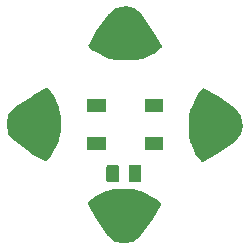
<source format=gts>
G04 #@! TF.GenerationSoftware,KiCad,Pcbnew,5.1.2-1.fc30*
G04 #@! TF.CreationDate,2019-06-18T23:23:49+02:00*
G04 #@! TF.ProjectId,bricopixels,62726963-6f70-4697-9865-6c732e6b6963,1*
G04 #@! TF.SameCoordinates,Original*
G04 #@! TF.FileFunction,Soldermask,Top*
G04 #@! TF.FilePolarity,Negative*
%FSLAX46Y46*%
G04 Gerber Fmt 4.6, Leading zero omitted, Abs format (unit mm)*
G04 Created by KiCad (PCBNEW 5.1.2-1.fc30) date 2019-06-18 23:23:49*
%MOMM*%
%LPD*%
G04 APERTURE LIST*
%ADD10C,0.100000*%
G04 APERTURE END LIST*
D10*
G36*
X72448979Y-38253104D02*
G01*
X72457547Y-38253952D01*
X72468695Y-38255614D01*
X73096596Y-38381195D01*
X73111279Y-38385163D01*
X73122231Y-38388921D01*
X73136248Y-38394800D01*
X74399790Y-39026571D01*
X74409561Y-39032071D01*
X74415152Y-39035590D01*
X74429850Y-39046585D01*
X74431677Y-39048197D01*
X74436866Y-39053070D01*
X74814336Y-39430540D01*
X74821859Y-39438841D01*
X74825345Y-39443089D01*
X74828774Y-39448221D01*
X74834356Y-39456574D01*
X74834359Y-39456579D01*
X74837787Y-39461710D01*
X74838925Y-39463838D01*
X74847492Y-39484522D01*
X74848195Y-39486836D01*
X74852564Y-39508803D01*
X74852801Y-39511205D01*
X74852801Y-39533595D01*
X74852564Y-39535997D01*
X74848195Y-39557964D01*
X74847119Y-39561510D01*
X74840676Y-39578011D01*
X74839818Y-39579788D01*
X74836828Y-39585553D01*
X74203615Y-40725338D01*
X74200046Y-40731325D01*
X74197190Y-40735799D01*
X74193264Y-40741559D01*
X73180845Y-42133635D01*
X73171074Y-42145340D01*
X73163037Y-42153754D01*
X73151776Y-42164068D01*
X72522433Y-42667543D01*
X72513360Y-42674098D01*
X72508734Y-42677106D01*
X72488874Y-42687405D01*
X72485460Y-42688770D01*
X72468399Y-42694084D01*
X72466428Y-42694532D01*
X72459827Y-42695831D01*
X71702689Y-42822021D01*
X71691528Y-42823322D01*
X71685580Y-42823720D01*
X71664917Y-42823232D01*
X71660786Y-42822758D01*
X71651371Y-42821279D01*
X71021933Y-42695391D01*
X71011048Y-42692652D01*
X71007060Y-42691438D01*
X71002408Y-42689389D01*
X71000097Y-42688685D01*
X70988931Y-42683766D01*
X70986853Y-42682537D01*
X70982198Y-42680486D01*
X70974318Y-42675824D01*
X70961133Y-42666716D01*
X70331950Y-42163369D01*
X70323550Y-42155945D01*
X70318662Y-42151177D01*
X70307064Y-42137977D01*
X70305989Y-42136546D01*
X70302273Y-42131296D01*
X69287964Y-40609834D01*
X69285463Y-40605912D01*
X69283615Y-40602882D01*
X69281309Y-40598921D01*
X68648395Y-39459676D01*
X68643449Y-39449642D01*
X68641255Y-39444579D01*
X68634411Y-39423269D01*
X68633901Y-39420908D01*
X68631346Y-39398663D01*
X68631306Y-39396232D01*
X68633138Y-39373936D01*
X68633573Y-39371545D01*
X68639721Y-39350026D01*
X68640614Y-39347768D01*
X68650843Y-39327859D01*
X68651913Y-39326201D01*
X68655521Y-39321723D01*
X68655993Y-39320991D01*
X68662756Y-39312597D01*
X68663371Y-39311980D01*
X68666977Y-39307504D01*
X68671742Y-39302722D01*
X68681295Y-39294155D01*
X69310265Y-38790979D01*
X69322916Y-38782188D01*
X69332982Y-38776156D01*
X69346711Y-38769141D01*
X70228852Y-38391081D01*
X70239966Y-38386986D01*
X70248607Y-38384302D01*
X70260106Y-38381374D01*
X70888905Y-38255614D01*
X70900053Y-38253952D01*
X70908621Y-38253104D01*
X70919884Y-38252548D01*
X72437716Y-38252548D01*
X72448979Y-38253104D01*
X72448979Y-38253104D01*
G37*
G36*
X73015968Y-36159765D02*
G01*
X73054638Y-36171496D01*
X73090277Y-36190546D01*
X73121517Y-36216183D01*
X73147154Y-36247423D01*
X73166204Y-36283062D01*
X73177935Y-36321732D01*
X73182500Y-36368088D01*
X73182500Y-37444312D01*
X73177935Y-37490668D01*
X73166204Y-37529338D01*
X73147154Y-37564977D01*
X73121517Y-37596217D01*
X73090277Y-37621854D01*
X73054638Y-37640904D01*
X73015968Y-37652635D01*
X72969612Y-37657200D01*
X72318388Y-37657200D01*
X72272032Y-37652635D01*
X72233362Y-37640904D01*
X72197723Y-37621854D01*
X72166483Y-37596217D01*
X72140846Y-37564977D01*
X72121796Y-37529338D01*
X72110065Y-37490668D01*
X72105500Y-37444312D01*
X72105500Y-36368088D01*
X72110065Y-36321732D01*
X72121796Y-36283062D01*
X72140846Y-36247423D01*
X72166483Y-36216183D01*
X72197723Y-36190546D01*
X72233362Y-36171496D01*
X72272032Y-36159765D01*
X72318388Y-36155200D01*
X72969612Y-36155200D01*
X73015968Y-36159765D01*
X73015968Y-36159765D01*
G37*
G36*
X71140968Y-36159765D02*
G01*
X71179638Y-36171496D01*
X71215277Y-36190546D01*
X71246517Y-36216183D01*
X71272154Y-36247423D01*
X71291204Y-36283062D01*
X71302935Y-36321732D01*
X71307500Y-36368088D01*
X71307500Y-37444312D01*
X71302935Y-37490668D01*
X71291204Y-37529338D01*
X71272154Y-37564977D01*
X71246517Y-37596217D01*
X71215277Y-37621854D01*
X71179638Y-37640904D01*
X71140968Y-37652635D01*
X71094612Y-37657200D01*
X70443388Y-37657200D01*
X70397032Y-37652635D01*
X70358362Y-37640904D01*
X70322723Y-37621854D01*
X70291483Y-37596217D01*
X70265846Y-37564977D01*
X70246796Y-37529338D01*
X70235065Y-37490668D01*
X70230500Y-37444312D01*
X70230500Y-36368088D01*
X70235065Y-36321732D01*
X70246796Y-36283062D01*
X70265846Y-36247423D01*
X70291483Y-36216183D01*
X70322723Y-36190546D01*
X70358362Y-36171496D01*
X70397032Y-36159765D01*
X70443388Y-36155200D01*
X71094612Y-36155200D01*
X71140968Y-36159765D01*
X71140968Y-36159765D01*
G37*
G36*
X78499597Y-29693836D02*
G01*
X78521564Y-29698205D01*
X78525110Y-29699281D01*
X78541611Y-29705724D01*
X78543388Y-29706582D01*
X78549153Y-29709572D01*
X79688938Y-30342785D01*
X79694925Y-30346354D01*
X79699399Y-30349210D01*
X79705159Y-30353136D01*
X81097235Y-31365555D01*
X81108940Y-31375326D01*
X81117354Y-31383363D01*
X81127668Y-31394624D01*
X81631143Y-32023967D01*
X81637698Y-32033040D01*
X81640706Y-32037666D01*
X81651005Y-32057526D01*
X81652370Y-32060940D01*
X81657684Y-32078001D01*
X81658132Y-32079972D01*
X81659431Y-32086573D01*
X81785621Y-32843711D01*
X81786922Y-32854872D01*
X81787320Y-32860820D01*
X81786832Y-32881483D01*
X81786358Y-32885614D01*
X81784879Y-32895029D01*
X81658991Y-33524467D01*
X81656252Y-33535352D01*
X81655038Y-33539340D01*
X81652989Y-33543992D01*
X81652285Y-33546303D01*
X81647366Y-33557469D01*
X81646137Y-33559547D01*
X81644086Y-33564202D01*
X81639424Y-33572082D01*
X81630316Y-33585267D01*
X81126969Y-34214450D01*
X81119545Y-34222850D01*
X81114777Y-34227738D01*
X81101577Y-34239336D01*
X81100146Y-34240411D01*
X81094896Y-34244127D01*
X79573434Y-35258436D01*
X79569512Y-35260937D01*
X79566482Y-35262785D01*
X79562521Y-35265091D01*
X78423276Y-35898005D01*
X78413242Y-35902951D01*
X78408179Y-35905145D01*
X78386869Y-35911989D01*
X78384508Y-35912499D01*
X78362263Y-35915054D01*
X78359832Y-35915094D01*
X78337536Y-35913262D01*
X78335145Y-35912827D01*
X78313626Y-35906679D01*
X78311368Y-35905786D01*
X78291459Y-35895557D01*
X78289801Y-35894487D01*
X78285323Y-35890879D01*
X78284591Y-35890407D01*
X78276197Y-35883644D01*
X78275580Y-35883029D01*
X78271104Y-35879423D01*
X78266322Y-35874658D01*
X78257755Y-35865105D01*
X77754579Y-35236135D01*
X77745788Y-35223484D01*
X77739756Y-35213418D01*
X77732741Y-35199689D01*
X77354681Y-34317548D01*
X77350586Y-34306434D01*
X77347902Y-34297793D01*
X77344974Y-34286294D01*
X77219214Y-33657495D01*
X77217552Y-33646347D01*
X77216704Y-33637779D01*
X77216148Y-33626516D01*
X77216148Y-32108684D01*
X77216704Y-32097421D01*
X77217552Y-32088853D01*
X77219214Y-32077705D01*
X77344795Y-31449804D01*
X77348763Y-31435121D01*
X77352521Y-31424169D01*
X77358400Y-31410152D01*
X77990171Y-30146610D01*
X77995671Y-30136839D01*
X77999190Y-30131248D01*
X78010185Y-30116550D01*
X78011797Y-30114723D01*
X78016670Y-30109534D01*
X78394140Y-29732064D01*
X78402441Y-29724541D01*
X78406689Y-29721055D01*
X78412364Y-29717263D01*
X78420174Y-29712044D01*
X78420179Y-29712041D01*
X78425310Y-29708613D01*
X78427438Y-29707475D01*
X78448122Y-29698908D01*
X78450436Y-29698205D01*
X78472403Y-29693836D01*
X78474805Y-29693599D01*
X78497195Y-29693599D01*
X78499597Y-29693836D01*
X78499597Y-29693836D01*
G37*
G36*
X65223264Y-29644138D02*
G01*
X65225655Y-29644573D01*
X65247174Y-29650721D01*
X65249432Y-29651614D01*
X65269341Y-29661843D01*
X65270999Y-29662913D01*
X65275477Y-29666521D01*
X65276209Y-29666993D01*
X65284603Y-29673756D01*
X65285220Y-29674371D01*
X65289696Y-29677977D01*
X65294478Y-29682742D01*
X65303045Y-29692295D01*
X65806221Y-30321265D01*
X65815012Y-30333916D01*
X65821044Y-30343982D01*
X65828059Y-30357711D01*
X66206119Y-31239852D01*
X66210214Y-31250966D01*
X66212898Y-31259607D01*
X66215826Y-31271106D01*
X66341586Y-31899905D01*
X66343248Y-31911053D01*
X66344096Y-31919621D01*
X66344652Y-31930884D01*
X66344652Y-33448716D01*
X66344096Y-33459979D01*
X66343248Y-33468547D01*
X66341586Y-33479695D01*
X66216005Y-34107596D01*
X66212037Y-34122279D01*
X66208279Y-34133231D01*
X66202400Y-34147248D01*
X65570629Y-35410790D01*
X65565129Y-35420561D01*
X65561610Y-35426152D01*
X65550615Y-35440850D01*
X65549003Y-35442677D01*
X65544130Y-35447866D01*
X65166660Y-35825336D01*
X65158359Y-35832859D01*
X65154111Y-35836345D01*
X65148979Y-35839774D01*
X65140626Y-35845356D01*
X65140621Y-35845359D01*
X65135490Y-35848787D01*
X65133362Y-35849925D01*
X65112678Y-35858492D01*
X65110364Y-35859195D01*
X65088397Y-35863564D01*
X65085995Y-35863801D01*
X65063605Y-35863801D01*
X65061203Y-35863564D01*
X65039236Y-35859195D01*
X65035690Y-35858119D01*
X65019189Y-35851676D01*
X65017412Y-35850818D01*
X65011647Y-35847828D01*
X63871862Y-35214615D01*
X63865875Y-35211046D01*
X63861401Y-35208190D01*
X63855641Y-35204264D01*
X62463565Y-34191845D01*
X62451860Y-34182074D01*
X62443446Y-34174037D01*
X62433132Y-34162776D01*
X61929657Y-33533433D01*
X61923102Y-33524360D01*
X61920094Y-33519734D01*
X61909795Y-33499874D01*
X61908430Y-33496460D01*
X61903116Y-33479399D01*
X61902668Y-33477428D01*
X61901369Y-33470827D01*
X61775179Y-32713689D01*
X61773878Y-32702528D01*
X61773480Y-32696580D01*
X61773968Y-32675917D01*
X61774442Y-32671786D01*
X61775921Y-32662371D01*
X61901809Y-32032933D01*
X61904548Y-32022048D01*
X61905762Y-32018060D01*
X61907811Y-32013408D01*
X61908515Y-32011097D01*
X61913434Y-31999931D01*
X61914663Y-31997853D01*
X61916714Y-31993198D01*
X61921376Y-31985318D01*
X61930484Y-31972133D01*
X62433831Y-31342950D01*
X62441255Y-31334550D01*
X62446023Y-31329662D01*
X62459223Y-31318064D01*
X62460654Y-31316989D01*
X62465908Y-31313270D01*
X63987366Y-30298964D01*
X63991288Y-30296463D01*
X63994318Y-30294615D01*
X63998279Y-30292309D01*
X65137524Y-29659395D01*
X65147558Y-29654449D01*
X65152621Y-29652255D01*
X65173931Y-29645411D01*
X65176292Y-29644901D01*
X65198537Y-29642346D01*
X65200968Y-29642306D01*
X65223264Y-29644138D01*
X65223264Y-29644138D01*
G37*
G36*
X75056800Y-34917000D02*
G01*
X73454800Y-34917000D01*
X73454800Y-33815000D01*
X75056800Y-33815000D01*
X75056800Y-34917000D01*
X75056800Y-34917000D01*
G37*
G36*
X70156800Y-34917000D02*
G01*
X68554800Y-34917000D01*
X68554800Y-33815000D01*
X70156800Y-33815000D01*
X70156800Y-34917000D01*
X70156800Y-34917000D01*
G37*
G36*
X75056800Y-31717000D02*
G01*
X73454800Y-31717000D01*
X73454800Y-30615000D01*
X75056800Y-30615000D01*
X75056800Y-31717000D01*
X75056800Y-31717000D01*
G37*
G36*
X70156800Y-31717000D02*
G01*
X68554800Y-31717000D01*
X68554800Y-30615000D01*
X70156800Y-30615000D01*
X70156800Y-31717000D01*
X70156800Y-31717000D01*
G37*
G36*
X71895883Y-22759568D02*
G01*
X71900014Y-22760042D01*
X71909429Y-22761521D01*
X72538867Y-22887409D01*
X72549752Y-22890148D01*
X72553740Y-22891362D01*
X72558392Y-22893411D01*
X72560703Y-22894115D01*
X72571869Y-22899034D01*
X72573947Y-22900263D01*
X72578602Y-22902314D01*
X72586482Y-22906976D01*
X72599667Y-22916084D01*
X73228850Y-23419431D01*
X73237250Y-23426855D01*
X73242138Y-23431623D01*
X73253736Y-23444823D01*
X73254811Y-23446254D01*
X73258527Y-23451504D01*
X74272836Y-24972966D01*
X74275337Y-24976888D01*
X74277185Y-24979918D01*
X74279491Y-24983879D01*
X74912405Y-26123124D01*
X74917351Y-26133158D01*
X74919545Y-26138221D01*
X74926389Y-26159531D01*
X74926899Y-26161892D01*
X74929454Y-26184137D01*
X74929494Y-26186568D01*
X74927662Y-26208864D01*
X74927227Y-26211255D01*
X74921079Y-26232774D01*
X74920186Y-26235032D01*
X74909957Y-26254941D01*
X74908887Y-26256599D01*
X74905279Y-26261077D01*
X74904807Y-26261809D01*
X74898044Y-26270203D01*
X74897429Y-26270820D01*
X74893823Y-26275296D01*
X74889058Y-26280078D01*
X74879505Y-26288645D01*
X74250535Y-26791821D01*
X74237884Y-26800612D01*
X74227818Y-26806644D01*
X74214089Y-26813659D01*
X73331948Y-27191719D01*
X73320834Y-27195814D01*
X73312193Y-27198498D01*
X73300694Y-27201426D01*
X72671895Y-27327186D01*
X72660747Y-27328848D01*
X72652179Y-27329696D01*
X72640916Y-27330252D01*
X71123084Y-27330252D01*
X71111821Y-27329696D01*
X71103253Y-27328848D01*
X71092105Y-27327186D01*
X70464204Y-27201605D01*
X70449521Y-27197637D01*
X70438569Y-27193879D01*
X70424552Y-27188000D01*
X69161010Y-26556229D01*
X69151239Y-26550729D01*
X69145648Y-26547210D01*
X69130950Y-26536215D01*
X69129123Y-26534603D01*
X69123934Y-26529730D01*
X68746464Y-26152260D01*
X68738941Y-26143959D01*
X68735455Y-26139711D01*
X68729367Y-26130600D01*
X68726444Y-26126226D01*
X68726441Y-26126221D01*
X68723013Y-26121090D01*
X68721875Y-26118962D01*
X68713308Y-26098278D01*
X68712605Y-26095964D01*
X68708236Y-26073997D01*
X68707999Y-26071595D01*
X68707999Y-26049205D01*
X68708236Y-26046803D01*
X68712605Y-26024836D01*
X68713681Y-26021290D01*
X68720124Y-26004789D01*
X68720982Y-26003012D01*
X68723972Y-25997247D01*
X69357185Y-24857462D01*
X69360754Y-24851475D01*
X69363610Y-24847001D01*
X69367536Y-24841241D01*
X70379955Y-23449165D01*
X70389726Y-23437460D01*
X70397763Y-23429046D01*
X70409024Y-23418732D01*
X71038367Y-22915257D01*
X71047440Y-22908702D01*
X71052066Y-22905694D01*
X71071926Y-22895395D01*
X71075340Y-22894030D01*
X71092401Y-22888716D01*
X71094372Y-22888268D01*
X71100973Y-22886969D01*
X71858111Y-22760779D01*
X71869272Y-22759478D01*
X71875220Y-22759080D01*
X71895883Y-22759568D01*
X71895883Y-22759568D01*
G37*
M02*

</source>
